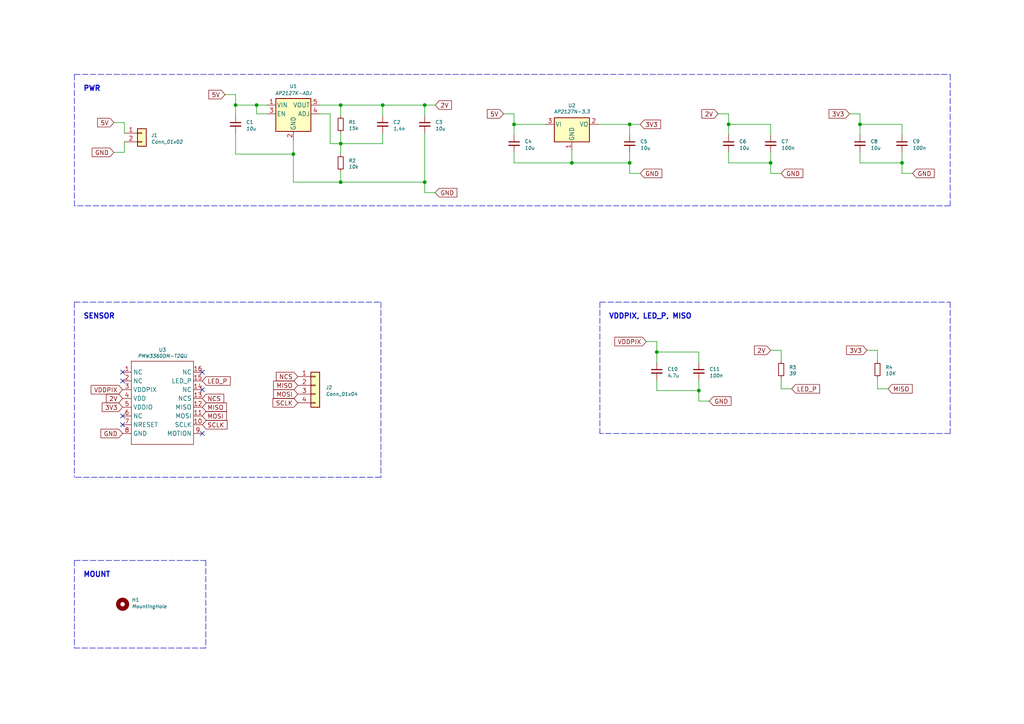
<source format=kicad_sch>
(kicad_sch (version 20211123) (generator eeschema)
  (paper "A4")
  (lib_symbols
    (symbol "Connector_Generic:Conn_01x02" (pin_names (offset 1.016) hide)
      (property "Reference" "J" (at 0 2.54 0))
      (property "Value" "Conn_01x02" (at 0 -5.08 0))
      (symbol "Conn_01x02_1_1"
        (rectangle (start -1.27 -2.413) (end 0 -2.667) (stroke (width 0.1524)))
        (rectangle (start -1.27 0.127) (end 0 -0.127) (stroke (width 0.1524)))
        (rectangle (start -1.27 1.27) (end 1.27 -3.81) (stroke (width 0.254)) (fill (type background)))
        (pin passive line (at -5.08 0 0) (length 3.81) (name "Pin_1") (number "1"))
        (pin passive line (at -5.08 -2.54 0) (length 3.81) (name "Pin_2") (number "2"))
      )
    )
    (symbol "Connector_Generic:Conn_01x04" (pin_names (offset 1.016) hide)
      (property "Reference" "J" (at 0 5.08 0))
      (property "Value" "Conn_01x04" (at 0 -7.62 0))
      (symbol "Conn_01x04_1_1"
        (rectangle (start -1.27 -4.953) (end 0 -5.207) (stroke (width 0.1524)))
        (rectangle (start -1.27 -2.413) (end 0 -2.667) (stroke (width 0.1524)))
        (rectangle (start -1.27 0.127) (end 0 -0.127) (stroke (width 0.1524)))
        (rectangle (start -1.27 2.667) (end 0 2.413) (stroke (width 0.1524)))
        (rectangle (start -1.27 3.81) (end 1.27 -6.35) (stroke (width 0.254)) (fill (type background)))
        (pin passive line (at -5.08 2.54 0) (length 3.81) (name "Pin_1") (number "1"))
        (pin passive line (at -5.08 0 0) (length 3.81) (name "Pin_2") (number "2"))
        (pin passive line (at -5.08 -2.54 0) (length 3.81) (name "Pin_3") (number "3"))
        (pin passive line (at -5.08 -5.08 0) (length 3.81) (name "Pin_4") (number "4"))
      )
    )
    (symbol "Device:C_Small" (pin_numbers hide) (pin_names (offset 0.254) hide)
      (property "Reference" "C" (at 0.254 1.778 0))
      (property "Value" "C_Small" (at 0.254 -2.032 0))
      (symbol "C_Small_0_1"
        (polyline (pts (xy -1.524 -0.508) (xy 1.524 -0.508)) (stroke (width 0.3302)))
        (polyline (pts (xy -1.524 0.508) (xy 1.524 0.508)) (stroke (width 0.3048)))
      )
      (symbol "C_Small_1_1"
        (pin passive line (at 0 2.54 270) (length 2.032) (name "~") (number "1"))
        (pin passive line (at 0 -2.54 90) (length 2.032) (name "~") (number "2"))
      )
    )
    (symbol "Device:R_Small" (pin_numbers hide) (pin_names (offset 0.254) hide)
      (property "Reference" "R" (at 0.762 0.508 0))
      (property "Value" "R_Small" (at 0.762 -1.016 0))
      (symbol "R_Small_0_1"
        (rectangle (start -0.762 1.778) (end 0.762 -1.778) (stroke (width 0.2032)))
      )
      (symbol "R_Small_1_1"
        (pin passive line (at 0 2.54 270) (length 0.762) (name "~") (number "1"))
        (pin passive line (at 0 -2.54 90) (length 0.762) (name "~") (number "2"))
      )
    )
    (symbol "Mechanical:MountingHole" (pin_names (offset 1.016))
      (property "Reference" "H" (at 0 5.08 0))
      (property "Value" "MountingHole" (at 0 3.175 0))
      (symbol "MountingHole_0_1"
        (circle (center 0 0) (radius 1.27) (stroke (width 1.27)))
      )
    )
    (symbol "PixArt:PMW3360DM-T2QU"
      (property "Reference" "U" (at -10.922 13.208 0))
      (property "Value" "PMW3360DM-T2QU" (at 0 -13.716 0))
      (symbol "PMW3360DM-T2QU_0_1"
        (rectangle (start -9.017 12.065) (end 9.017 -12.065))
      )
      (symbol "PMW3360DM-T2QU_1_1"
        (pin input line (at -11.557 8.89 0) (length 2.54) (name "NC") (number "1"))
        (pin input line (at 11.557 -6.35 180) (length 2.54) (name "SCLK") (number "10"))
        (pin input line (at 11.557 -3.81 180) (length 2.54) (name "MOSI") (number "11"))
        (pin input line (at 11.557 -1.27 180) (length 2.54) (name "MISO") (number "12"))
        (pin input line (at 11.557 1.27 180) (length 2.54) (name "NCS") (number "13"))
        (pin input line (at 11.557 3.81 180) (length 2.54) (name "NC") (number "14"))
        (pin input line (at 11.557 6.35 180) (length 2.54) (name "LED_P") (number "15"))
        (pin input line (at 11.557 8.89 180) (length 2.54) (name "NC") (number "16"))
        (pin input line (at -11.557 6.35 0) (length 2.54) (name "NC") (number "2"))
        (pin input line (at -11.557 3.81 0) (length 2.54) (name "VDDPIX") (number "3"))
        (pin input line (at -11.557 1.27 0) (length 2.54) (name "VDD") (number "4"))
        (pin input line (at -11.557 -1.27 0) (length 2.54) (name "VDDIO") (number "5"))
        (pin input line (at -11.557 -3.81 0) (length 2.54) (name "NC") (number "6"))
        (pin input line (at -11.557 -6.35 0) (length 2.54) (name "NRESET") (number "7"))
        (pin input line (at -11.557 -8.89 0) (length 2.54) (name "GND") (number "8"))
        (pin input line (at 11.557 -8.89 180) (length 2.54) (name "MOTION") (number "9"))
      )
    )
    (symbol "Regulator_Linear:AP2127K-ADJ" (pin_names (offset 0.254))
      (property "Reference" "U" (at -5.08 5.715 0))
      (property "Value" "AP2127K-ADJ" (at 0 5.715 0))
      (symbol "AP2127K-ADJ_0_1"
        (rectangle (start -5.08 4.445) (end 5.08 -5.08) (stroke (width 0.254)) (fill (type background)))
      )
      (symbol "AP2127K-ADJ_1_1"
        (pin power_in line (at -7.62 2.54 0) (length 2.54) (name "VIN") (number "1"))
        (pin power_in line (at 0 -7.62 90) (length 2.54) (name "GND") (number "2"))
        (pin input line (at -7.62 0 0) (length 2.54) (name "EN") (number "3"))
        (pin input line (at 7.62 0 180) (length 2.54) (name "ADJ") (number "4"))
        (pin power_out line (at 7.62 2.54 180) (length 2.54) (name "VOUT") (number "5"))
      )
    )
    (symbol "Regulator_Linear:AP2127N-3.3" (pin_names (offset 0.254))
      (property "Reference" "U" (at -3.81 3.175 0))
      (property "Value" "AP2127N-3.3" (at 0 3.175 0))
      (symbol "AP2127N-3.3_0_1"
        (rectangle (start -5.08 1.905) (end 5.08 -5.08) (stroke (width 0.254)) (fill (type background)))
      )
      (symbol "AP2127N-3.3_1_1"
        (pin power_in line (at 0 -7.62 90) (length 2.54) (name "GND") (number "1"))
        (pin power_out line (at 7.62 0 180) (length 2.54) (name "VO") (number "2"))
        (pin power_in line (at -7.62 0 0) (length 2.54) (name "VI") (number "3"))
      )
    )
  )
  (junction (at 110.998 30.48))
  (junction (at 85.09 44.704))
  (junction (at 223.52 47.244))
  (junction (at 249.428 36.068))
  (junction (at 98.806 52.832))
  (junction (at 98.806 30.48))
  (junction (at 68.326 30.48))
  (junction (at 261.62 47.244))
  (junction (at 74.422 30.48))
  (junction (at 202.692 113.284))
  (junction (at 98.806 41.656))
  (junction (at 123.19 52.832))
  (junction (at 165.862 47.244))
  (junction (at 182.626 47.244))
  (junction (at 123.19 30.48))
  (junction (at 182.626 36.068))
  (junction (at 211.328 36.068))
  (junction (at 149.098 36.068))
  (junction (at 190.5 102.108))
  (no_connect (at 35.56 123.19))
  (no_connect (at 35.56 107.95))
  (no_connect (at 35.56 110.49))
  (no_connect (at 35.56 120.65))
  (no_connect (at 58.674 107.95))
  (no_connect (at 58.674 113.03))
  (no_connect (at 58.674 125.73))
  (wire (pts (xy 249.428 33.02) (xy 246.38 33.02)))
  (wire (pts (xy 68.326 27.432) (xy 68.326 30.48)))
  (wire (pts (xy 123.19 55.88) (xy 123.19 52.832)))
  (wire (pts (xy 98.806 30.48) (xy 110.998 30.48)))
  (wire (pts (xy 149.098 47.244) (xy 165.862 47.244)))
  (wire (pts (xy 33.02 44.196) (xy 36.068 44.196)))
  (wire (pts (xy 98.806 30.48) (xy 98.806 33.528)))
  (wire (pts (xy 226.568 101.6) (xy 223.52 101.6)))
  (polyline (pts (xy 275.59 21.59) (xy 275.59 59.69)))
  (wire (pts (xy 149.098 36.068) (xy 158.242 36.068)))
  (wire (pts (xy 257.556 112.776) (xy 254.508 112.776)))
  (wire (pts (xy 85.09 52.832) (xy 98.806 52.832)))
  (wire (pts (xy 249.428 36.068) (xy 249.428 33.02)))
  (wire (pts (xy 254.508 112.776) (xy 254.508 109.728)))
  (wire (pts (xy 205.74 116.332) (xy 202.692 116.332)))
  (wire (pts (xy 85.09 40.64) (xy 85.09 44.704)))
  (wire (pts (xy 149.098 44.196) (xy 149.098 47.244)))
  (wire (pts (xy 223.52 47.244) (xy 223.52 44.196)))
  (wire (pts (xy 261.62 50.292) (xy 261.62 47.244)))
  (wire (pts (xy 182.626 47.244) (xy 182.626 44.196)))
  (polyline (pts (xy 21.59 87.63) (xy 21.59 138.43)))
  (wire (pts (xy 223.52 50.292) (xy 223.52 47.244)))
  (wire (pts (xy 77.47 33.02) (xy 74.422 33.02)))
  (wire (pts (xy 85.09 44.704) (xy 85.09 52.832)))
  (wire (pts (xy 123.19 30.48) (xy 123.19 33.528)))
  (wire (pts (xy 190.5 102.108) (xy 190.5 105.156)))
  (wire (pts (xy 149.098 39.116) (xy 149.098 36.068)))
  (polyline (pts (xy 21.59 21.59) (xy 275.59 21.59)))
  (wire (pts (xy 202.692 102.108) (xy 202.692 105.156)))
  (wire (pts (xy 264.668 50.292) (xy 261.62 50.292)))
  (wire (pts (xy 98.806 52.832) (xy 123.19 52.832)))
  (wire (pts (xy 68.326 30.48) (xy 74.422 30.48)))
  (wire (pts (xy 190.5 102.108) (xy 202.692 102.108)))
  (wire (pts (xy 149.098 33.02) (xy 149.098 36.068)))
  (wire (pts (xy 211.328 36.068) (xy 211.328 39.116)))
  (polyline (pts (xy 275.59 59.69) (xy 21.59 59.69)))
  (wire (pts (xy 249.428 36.068) (xy 249.428 39.116)))
  (wire (pts (xy 182.626 39.116) (xy 182.626 36.068)))
  (polyline (pts (xy 21.59 162.56) (xy 21.59 187.96)))
  (wire (pts (xy 110.998 41.656) (xy 110.998 38.608)))
  (wire (pts (xy 223.52 47.244) (xy 211.328 47.244)))
  (wire (pts (xy 74.422 33.02) (xy 74.422 30.48)))
  (wire (pts (xy 226.568 112.776) (xy 226.568 109.728)))
  (wire (pts (xy 98.806 41.656) (xy 110.998 41.656)))
  (wire (pts (xy 98.806 41.656) (xy 98.806 44.704)))
  (wire (pts (xy 110.998 30.48) (xy 123.19 30.48)))
  (polyline (pts (xy 275.59 87.63) (xy 275.59 125.73)))
  (wire (pts (xy 123.19 38.608) (xy 123.19 52.832)))
  (wire (pts (xy 110.998 30.48) (xy 110.998 33.528)))
  (wire (pts (xy 226.568 50.292) (xy 223.52 50.292)))
  (wire (pts (xy 36.068 44.196) (xy 36.068 41.148)))
  (wire (pts (xy 173.482 36.068) (xy 182.626 36.068)))
  (polyline (pts (xy 59.69 162.56) (xy 59.69 187.96)))
  (wire (pts (xy 165.862 47.244) (xy 165.862 43.688)))
  (wire (pts (xy 211.328 36.068) (xy 211.328 33.02)))
  (wire (pts (xy 36.068 35.56) (xy 36.068 38.608)))
  (wire (pts (xy 185.674 50.292) (xy 182.626 50.292)))
  (wire (pts (xy 261.62 36.068) (xy 261.62 39.116)))
  (wire (pts (xy 254.508 104.648) (xy 254.508 101.6)))
  (wire (pts (xy 261.62 47.244) (xy 261.62 44.196)))
  (wire (pts (xy 202.692 113.284) (xy 202.692 110.236)))
  (wire (pts (xy 98.806 38.608) (xy 98.806 41.656)))
  (wire (pts (xy 211.328 47.244) (xy 211.328 44.196)))
  (wire (pts (xy 190.5 102.108) (xy 190.5 99.06)))
  (wire (pts (xy 261.62 47.244) (xy 249.428 47.244)))
  (polyline (pts (xy 110.49 138.43) (xy 21.59 138.43)))
  (wire (pts (xy 211.328 36.068) (xy 223.52 36.068)))
  (wire (pts (xy 182.626 50.292) (xy 182.626 47.244)))
  (wire (pts (xy 123.19 30.48) (xy 126.238 30.48)))
  (wire (pts (xy 249.428 36.068) (xy 261.62 36.068)))
  (polyline (pts (xy 21.59 21.59) (xy 21.59 59.69)))
  (wire (pts (xy 226.568 104.648) (xy 226.568 101.6)))
  (wire (pts (xy 182.626 36.068) (xy 185.674 36.068)))
  (wire (pts (xy 95.758 41.656) (xy 95.758 33.02)))
  (wire (pts (xy 98.806 49.784) (xy 98.806 52.832)))
  (wire (pts (xy 229.616 112.776) (xy 226.568 112.776)))
  (polyline (pts (xy 21.59 162.56) (xy 59.69 162.56)))
  (polyline (pts (xy 275.59 125.73) (xy 173.99 125.73)))
  (wire (pts (xy 95.758 33.02) (xy 92.71 33.02)))
  (wire (pts (xy 211.328 33.02) (xy 208.28 33.02)))
  (wire (pts (xy 190.5 99.06) (xy 187.452 99.06)))
  (wire (pts (xy 68.326 33.528) (xy 68.326 30.48)))
  (wire (pts (xy 68.326 44.704) (xy 85.09 44.704)))
  (wire (pts (xy 146.05 33.02) (xy 149.098 33.02)))
  (wire (pts (xy 202.692 113.284) (xy 190.5 113.284)))
  (wire (pts (xy 65.278 27.432) (xy 68.326 27.432)))
  (wire (pts (xy 92.71 30.48) (xy 98.806 30.48)))
  (wire (pts (xy 249.428 47.244) (xy 249.428 44.196)))
  (polyline (pts (xy 173.99 87.63) (xy 173.99 125.73)))
  (polyline (pts (xy 110.49 87.63) (xy 110.49 138.43)))
  (polyline (pts (xy 173.99 87.63) (xy 275.59 87.63)))
  (wire (pts (xy 202.692 116.332) (xy 202.692 113.284)))
  (wire (pts (xy 223.52 36.068) (xy 223.52 39.116)))
  (polyline (pts (xy 59.69 187.96) (xy 21.59 187.96)))
  (wire (pts (xy 33.02 35.56) (xy 36.068 35.56)))
  (wire (pts (xy 165.862 47.244) (xy 182.626 47.244)))
  (wire (pts (xy 190.5 113.284) (xy 190.5 110.236)))
  (wire (pts (xy 254.508 101.6) (xy 251.46 101.6)))
  (wire (pts (xy 68.326 38.608) (xy 68.326 44.704)))
  (wire (pts (xy 98.806 41.656) (xy 95.758 41.656)))
  (wire (pts (xy 126.238 55.88) (xy 123.19 55.88)))
  (polyline (pts (xy 21.59 87.63) (xy 110.49 87.63)))
  (wire (pts (xy 74.422 30.48) (xy 77.47 30.48)))
  (text "PWR" (at 24.13 26.67 0) (effects (font (size 1.5 1.5) (thickness 0.3) bold) (justify left bottom)))
  (text "SENSOR" (at 24.13 92.71 0) (effects (font (size 1.5 1.5) (thickness 0.3) bold) (justify left bottom)))
  (text "VDDPIX, LED_P, MISO" (at 176.53 92.71 0) (effects (font (size 1.5 1.5) (thickness 0.3) bold) (justify left bottom)))
  (text "MOUNT" (at 24.13 167.64 0) (effects (font (size 1.5 1.5) (thickness 0.3) bold) (justify left bottom)))
  (global_label "LED_P" (shape input) (at 58.674 110.49 0) (property "Intersheet References" "${INTERSHEET_REFS}" (effects hide)))
  (global_label "MISO" (shape input) (at 86.36 111.76 180) (property "Intersheet References" "${INTERSHEET_REFS}" (effects hide)))
  (global_label "GND" (shape input) (at 185.674 50.292 0) (property "Intersheet References" "${INTERSHEET_REFS}" (effects hide)))
  (global_label "MISO" (shape input) (at 58.674 118.11 0) (property "Intersheet References" "${INTERSHEET_REFS}" (effects hide)))
  (global_label "2V" (shape input) (at 223.52 101.6 180) (property "Intersheet References" "${INTERSHEET_REFS}" (effects hide)))
  (global_label "5V" (shape input) (at 33.02 35.56 180) (property "Intersheet References" "${INTERSHEET_REFS}" (effects hide)))
  (global_label "GND" (shape input) (at 205.74 116.332 0) (property "Intersheet References" "${INTERSHEET_REFS}" (effects hide)))
  (global_label "3V3" (shape input) (at 251.46 101.6 180) (property "Intersheet References" "${INTERSHEET_REFS}" (effects hide)))
  (global_label "GND" (shape input) (at 35.56 125.73 180) (property "Intersheet References" "${INTERSHEET_REFS}" (effects hide)))
  (global_label "SCLK" (shape input) (at 86.36 116.84 180) (property "Intersheet References" "${INTERSHEET_REFS}" (effects hide)))
  (global_label "MISO" (shape input) (at 257.556 112.776 0) (property "Intersheet References" "${INTERSHEET_REFS}" (effects hide)))
  (global_label "MOSI" (shape input) (at 86.36 114.3 180) (property "Intersheet References" "${INTERSHEET_REFS}" (effects hide)))
  (global_label "NCS" (shape input) (at 58.674 115.57 0) (property "Intersheet References" "${INTERSHEET_REFS}" (effects hide)))
  (global_label "GND" (shape input) (at 226.568 50.292 0) (property "Intersheet References" "${INTERSHEET_REFS}" (effects hide)))
  (global_label "2V" (shape input) (at 35.56 115.57 180) (property "Intersheet References" "${INTERSHEET_REFS}" (effects hide)))
  (global_label "2V" (shape input) (at 126.238 30.48 0) (property "Intersheet References" "${INTERSHEET_REFS}" (effects hide)))
  (global_label "3V3" (shape input) (at 35.56 118.11 180) (property "Intersheet References" "${INTERSHEET_REFS}" (effects hide)))
  (global_label "VDDPIX" (shape input) (at 35.56 113.03 180) (property "Intersheet References" "${INTERSHEET_REFS}" (effects hide)))
  (global_label "MOSI" (shape input) (at 58.674 120.65 0) (property "Intersheet References" "${INTERSHEET_REFS}" (effects hide)))
  (global_label "GND" (shape input) (at 264.668 50.292 0) (property "Intersheet References" "${INTERSHEET_REFS}" (effects hide)))
  (global_label "5V" (shape input) (at 146.05 33.02 180) (property "Intersheet References" "${INTERSHEET_REFS}" (effects hide)))
  (global_label "NCS" (shape input) (at 86.36 109.22 180) (property "Intersheet References" "${INTERSHEET_REFS}" (effects hide)))
  (global_label "GND" (shape input) (at 126.238 55.88 0) (property "Intersheet References" "${INTERSHEET_REFS}" (effects hide)))
  (global_label "3V3" (shape input) (at 185.674 36.068 0) (property "Intersheet References" "${INTERSHEET_REFS}" (effects hide)))
  (global_label "VDDPIX" (shape input) (at 187.452 99.06 180) (property "Intersheet References" "${INTERSHEET_REFS}" (effects hide)))
  (global_label "GND" (shape input) (at 33.02 44.196 180) (property "Intersheet References" "${INTERSHEET_REFS}" (effects hide)))
  (global_label "5V" (shape input) (at 65.278 27.432 180) (property "Intersheet References" "${INTERSHEET_REFS}" (effects hide)))
  (global_label "SCLK" (shape input) (at 58.674 123.19 0) (property "Intersheet References" "${INTERSHEET_REFS}" (effects hide)))
  (global_label "2V" (shape input) (at 208.28 33.02 180) (property "Intersheet References" "${INTERSHEET_REFS}" (effects hide)))
  (global_label "LED_P" (shape input) (at 229.616 112.776 0) (property "Intersheet References" "${INTERSHEET_REFS}" (effects hide)))
  (global_label "3V3" (shape input) (at 246.38 33.02 180) (property "Intersheet References" "${INTERSHEET_REFS}" (effects hide)))
  (symbol (lib_id "Device:C_Small") (at 182.626 41.656 0) (unit 1)
    (property "Reference" "C5" (at 185.674 41.0273 0) (effects (font (size 1 1)) (justify left)))
    (property "Value" "10u" (at 185.674 42.926 0) (effects (font (size 1 1) italic) (justify left)))
    (property "Footprint" "Capacitor_SMD:C_0603_1608Metric" (effects hide))
  )
  (symbol (lib_id "Device:C_Small") (at 149.098 41.656 0) (unit 1)
    (property "Reference" "C4" (at 152.146 41.0273 0) (effects (font (size 1 1)) (justify left)))
    (property "Value" "10u" (at 152.146 42.926 0) (effects (font (size 1 1) italic) (justify left)))
    (property "Footprint" "Capacitor_SMD:C_0603_1608Metric" (effects hide))
  )
  (symbol (lib_id "Device:C_Small") (at 249.428 41.656 0) (unit 1)
    (property "Reference" "C8" (at 252.476 41.0273 0) (effects (font (size 1 1)) (justify left)))
    (property "Value" "10u" (at 252.476 42.926 0) (effects (font (size 1 1) italic) (justify left)))
    (property "Footprint" "Capacitor_SMD:C_0603_1608Metric" (effects hide))
  )
  (symbol (lib_id "Device:R_Small") (at 98.806 36.068 0) (unit 1)
    (property "Reference" "R1" (at 101.092 35.433 0) (effects (font (size 1 1)) (justify left)))
    (property "Value" "15k" (at 101.092 37.211 0) (effects (font (size 1 1) italic) (justify left)))
    (property "Footprint" "Resistor_SMD:R_0603_1608Metric" (effects hide))
  )
  (symbol (lib_id "Device:C_Small") (at 261.62 41.656 0) (unit 1)
    (property "Reference" "C9" (at 264.668 41.0273 0) (effects (font (size 1 1)) (justify left)))
    (property "Value" "100n" (at 264.668 42.926 0) (effects (font (size 1 1) italic) (justify left)))
    (property "Footprint" "Capacitor_SMD:C_0603_1608Metric" (effects hide))
  )
  (symbol (lib_id "Connector_Generic:Conn_01x04") (at 91.44 111.76 0) (unit 1)
    (property "Reference" "J2" (at 94.488 112.395 0) (effects (font (size 1 1)) (justify left)))
    (property "Value" "Conn_01x04" (at 94.488 114.3 0) (effects (font (size 1 1) italic) (justify left)))
    (property "Footprint" "Connector_Molex:Molex_PicoBlade_53047-0410_1x04_P1.25mm_Vertical" (effects hide))
  )
  (symbol (lib_id "Device:C_Small") (at 211.328 41.656 0) (unit 1)
    (property "Reference" "C6" (at 214.376 41.0273 0) (effects (font (size 1 1)) (justify left)))
    (property "Value" "10u" (at 214.376 42.926 0) (effects (font (size 1 1) italic) (justify left)))
    (property "Footprint" "Capacitor_SMD:C_0603_1608Metric" (effects hide))
  )
  (symbol (lib_id "Device:C_Small") (at 223.52 41.656 0) (unit 1)
    (property "Reference" "C7" (at 226.568 41.0273 0) (effects (font (size 1 1)) (justify left)))
    (property "Value" "100n" (at 226.568 42.926 0) (effects (font (size 1 1) italic) (justify left)))
    (property "Footprint" "Capacitor_SMD:C_0603_1608Metric" (effects hide))
  )
  (symbol (lib_id "Device:C_Small") (at 190.5 107.696 0) (unit 1)
    (property "Reference" "C10" (at 193.548 107.0673 0) (effects (font (size 1 1)) (justify left)))
    (property "Value" "4.7u" (at 193.548 108.966 0) (effects (font (size 1 1) italic) (justify left)))
    (property "Footprint" "Capacitor_SMD:C_0603_1608Metric" (effects hide))
  )
  (symbol (lib_id "Device:R_Small") (at 254.508 107.188 0) (unit 1)
    (property "Reference" "R4" (at 256.794 106.553 0) (effects (font (size 1 1)) (justify left)))
    (property "Value" "10K" (at 256.794 108.331 0) (effects (font (size 1 1) italic) (justify left)))
    (property "Footprint" "Resistor_SMD:R_0603_1608Metric" (effects hide))
  )
  (symbol (lib_id "Device:C_Small") (at 110.998 36.068 0) (unit 1)
    (property "Reference" "C2" (at 114.046 35.4393 0) (effects (font (size 1 1)) (justify left)))
    (property "Value" "1.4n" (at 114.046 37.338 0) (effects (font (size 1 1) italic) (justify left)))
    (property "Footprint" "Capacitor_SMD:C_0603_1608Metric" (effects hide))
  )
  (symbol (lib_id "Connector_Generic:Conn_01x02") (at 41.148 38.608 0) (unit 1)
    (property "Reference" "J1" (at 43.815 39.243 0) (effects (font (size 1 1)) (justify left)))
    (property "Value" "Conn_01x02" (at 43.815 41.148 0) (effects (font (size 1 1) italic) (justify left)))
    (property "Footprint" "klib:MOLEX_533750210-Mini-Lock-2Pin-Through-Hole" (effects hide))
  )
  (symbol (lib_id "Mechanical:MountingHole") (at 35.56 175.26 0) (unit 1)
    (property "Reference" "H1" (at 38.227 173.9899 0) (effects (font (size 1 1)) (justify left)))
    (property "Value" "MountingHole" (at 38.227 175.895 0) (effects (font (size 1 1) italic) (justify left)))
    (property "Footprint" "MountingHole:MountingHole_2.2mm_M2_Pad" (effects hide))
  )
  (symbol (lib_id "Device:C_Small") (at 202.692 107.696 0) (unit 1)
    (property "Reference" "C11" (at 205.74 107.0673 0) (effects (font (size 1 1)) (justify left)))
    (property "Value" "100n" (at 205.74 108.966 0) (effects (font (size 1 1) italic) (justify left)))
    (property "Footprint" "Capacitor_SMD:C_0603_1608Metric" (effects hide))
  )
  (symbol (lib_id "PixArt:PMW3360DM-T2QU") (at 47.117 116.84 0) (unit 1)
    (property "Reference" "U3" (at 47.117 101.473 0) (effects (font (size 1 1))))
    (property "Value" "PMW3360DM-T2QU" (at 47.117 103.251 0) (effects (font (size 1 1) italic)))
    (property "Footprint" "PixArt:PMW3360DM-T2QU" (effects hide))
  )
  (symbol (lib_id "Device:C_Small") (at 68.326 36.068 0) (unit 1)
    (property "Reference" "C1" (at 71.374 35.4393 0) (effects (font (size 1 1)) (justify left)))
    (property "Value" "10u" (at 71.374 37.338 0) (effects (font (size 1 1) italic) (justify left)))
    (property "Footprint" "Capacitor_SMD:C_0603_1608Metric" (effects hide))
  )
  (symbol (lib_id "Device:R_Small") (at 226.568 107.188 0) (unit 1)
    (property "Reference" "R3" (at 228.854 106.553 0) (effects (font (size 1 1)) (justify left)))
    (property "Value" "39" (at 228.854 108.331 0) (effects (font (size 1 1) italic) (justify left)))
    (property "Footprint" "Resistor_SMD:R_0603_1608Metric" (effects hide))
  )
  (symbol (lib_id "Regulator_Linear:AP2127N-3.3") (at 165.862 36.068 0) (unit 1)
    (property "Reference" "U2" (at 165.862 30.607 0) (effects (font (size 1 1))))
    (property "Value" "AP2127N-3.3" (at 165.862 32.385 0) (effects (font (size 1 1) italic)))
    (property "Footprint" "Package_TO_SOT_SMD:SOT-23" (effects hide))
    (property "Datasheet" "https://www.diodes.com/assets/Datasheets/AP2127.pdf" (effects hide))
  )
  (symbol (lib_id "Device:R_Small") (at 98.806 47.244 0) (unit 1)
    (property "Reference" "R2" (at 101.092 46.609 0) (effects (font (size 1 1)) (justify left)))
    (property "Value" "10k" (at 101.092 48.387 0) (effects (font (size 1 1) italic) (justify left)))
    (property "Footprint" "Resistor_SMD:R_0603_1608Metric" (effects hide))
  )
  (symbol (lib_id "Regulator_Linear:AP2127K-ADJ") (at 85.09 33.02 0) (unit 1)
    (property "Reference" "U1" (at 85.09 25.019 0) (effects (font (size 1 1))))
    (property "Value" "AP2127K-ADJ" (at 85.09 27.051 0) (effects (font (size 1 1) italic)))
    (property "Footprint" "Package_TO_SOT_SMD:SOT-23-5" (effects hide))
    (property "Datasheet" "https://www.diodes.com/assets/Datasheets/AP2127.pdf" (effects hide))
  )
  (symbol (lib_id "Device:C_Small") (at 123.19 36.068 0) (unit 1)
    (property "Reference" "C3" (at 126.238 35.4393 0) (effects (font (size 1 1)) (justify left)))
    (property "Value" "10u" (at 126.238 37.338 0) (effects (font (size 1 1) italic) (justify left)))
    (property "Footprint" "Capacitor_SMD:C_0603_1608Metric" (effects hide))
  )
)
</source>
